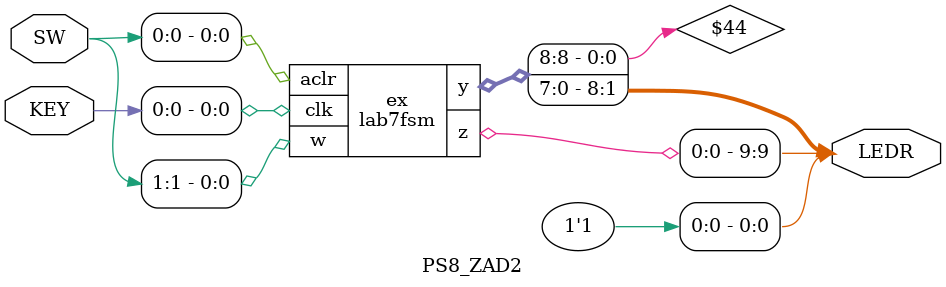
<source format=v>
module lab7fsm(
	input w,clk,aclr,
	output reg z,
	output reg [8:0] y);
	reg [8:0] d;
	always @(*) begin
		d[0] = ~aclr;
		d[1] = y[0] & ~w | y[5] & ~w | y[6] & ~w | y[7] & ~w | y[8] & ~w;
		d[2] = y[1] & ~w; 
		d[3] = y[2] & ~w;
		d[4] = y[3] & ~w | y[4] & ~w;
		d[5] = y[0] & w | y[2] & w | y[3] & w | y[4] & w | y[5] & w;
		d[6] = y[5] & w; 
		d[7] = y[6] & w;
		d[8] = y[7] & w | y[8] & w;
	end
	always @(*)	z = y[4] | y[8];
	always @(posedge clk, negedge aclr)
		if (~aclr) 	begin y <= 0; y[0] <= 1'b1; end
		else y <= d;
endmodule

module PS8_ZAD2(

input [1:0] SW,
input [1:0] KEY,
output [9:0] LEDR);
assign LEDR[0] = 1;
lab7fsm ex(SW[1],KEY[0],SW[0],LEDR[9],LEDR[8:1]);

endmodule

</source>
